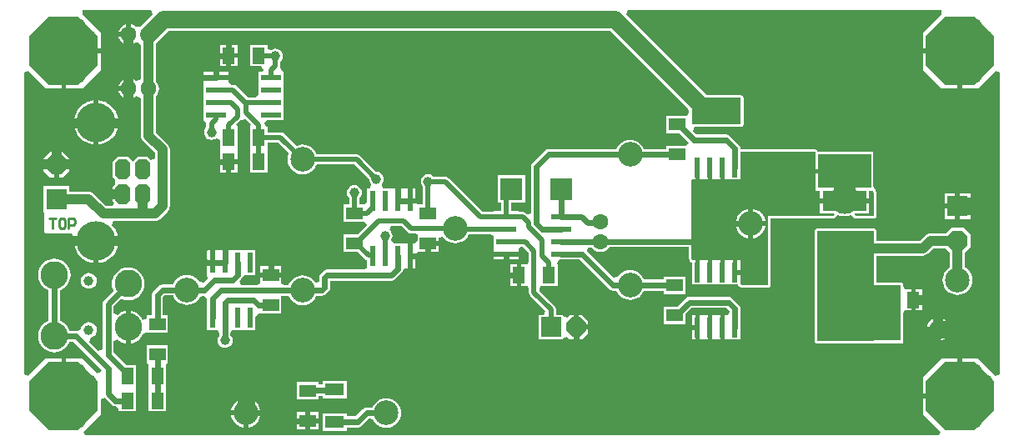
<source format=gtl>
G04*
G04 #@! TF.GenerationSoftware,Altium Limited,Altium Designer,19.0.15 (446)*
G04*
G04 Layer_Physical_Order=1*
G04 Layer_Color=255*
%FSLAX44Y44*%
%MOMM*%
G71*
G01*
G75*
%ADD12C,0.6000*%
%ADD15C,0.2540*%
%ADD18R,2.5400X3.0000*%
%ADD19R,2.2000X2.0000*%
%ADD20R,5.4000X3.5000*%
%ADD21R,4.5000X2.0000*%
%ADD22R,1.6510X1.2700*%
%ADD23R,1.9000X1.2700*%
%ADD24R,1.2700X1.6510*%
%ADD25R,0.6000X2.0000*%
%ADD26R,2.0000X0.6000*%
%ADD27R,2.3000X2.3000*%
%ADD53C,0.5000*%
%ADD54C,1.0000*%
%ADD55C,1.8000*%
%ADD56R,3.0000X5.6490*%
%ADD57R,5.7500X11.1650*%
%ADD58R,5.0000X2.7020*%
%ADD59C,3.0000*%
%ADD60C,1.8000*%
%ADD61R,2.1000X2.1000*%
%ADD62P,2.2730X8X292.5*%
%ADD63C,2.5000*%
%ADD64C,1.6000*%
%ADD65P,2.1648X8X22.5*%
%ADD66R,2.0000X2.0000*%
%ADD67C,2.8000*%
%ADD68C,1.0000*%
%ADD69C,4.0000*%
G04:AMPARAMS|DCode=70|XSize=1.6mm|YSize=2mm|CornerRadius=0mm|HoleSize=0mm|Usage=FLASHONLY|Rotation=0.000|XOffset=0mm|YOffset=0mm|HoleType=Round|Shape=Octagon|*
%AMOCTAGOND70*
4,1,8,-0.4000,1.0000,0.4000,1.0000,0.8000,0.6000,0.8000,-0.6000,0.4000,-1.0000,-0.4000,-1.0000,-0.8000,-0.6000,-0.8000,0.6000,-0.4000,1.0000,0.0*
%
%ADD70OCTAGOND70*%

G04:AMPARAMS|DCode=71|XSize=1.5mm|YSize=2mm|CornerRadius=0mm|HoleSize=0mm|Usage=FLASHONLY|Rotation=0.000|XOffset=0mm|YOffset=0mm|HoleType=Round|Shape=Octagon|*
%AMOCTAGOND71*
4,1,8,-0.3750,1.0000,0.3750,1.0000,0.7500,0.6250,0.7500,-0.6250,0.3750,-1.0000,-0.3750,-1.0000,-0.7500,-0.6250,-0.7500,0.6250,-0.3750,1.0000,0.0*
%
%ADD71OCTAGOND71*%

%ADD72C,1.5748*%
%ADD73P,7.5768X8X292.5*%
G36*
X936081Y432391D02*
X917460Y413770D01*
Y397500D01*
X927288D01*
X929600Y397196D01*
X931912Y397500D01*
X955000D01*
Y395000D01*
X957500D01*
Y357460D01*
X973770D01*
X991000Y374690D01*
X995000Y373033D01*
X995000Y66967D01*
X991000Y65310D01*
X973770Y82540D01*
X957500D01*
Y45000D01*
X955000D01*
Y42500D01*
X931912D01*
X929600Y42804D01*
X927288Y42500D01*
X917460D01*
Y26230D01*
X934890Y8800D01*
X933233Y4800D01*
X66767Y4800D01*
X65110Y8800D01*
X82540Y26230D01*
Y41493D01*
X84385Y42565D01*
X86540Y42972D01*
X93506Y36006D01*
X93506Y36006D01*
X95338Y34781D01*
X97500Y34351D01*
X100870Y32350D01*
Y29205D01*
X118650D01*
Y50795D01*
X118650D01*
Y54205D01*
X118650D01*
Y75795D01*
X108858D01*
X95648Y89005D01*
Y100411D01*
X96351Y101017D01*
X99649Y102177D01*
X101166Y100931D01*
X104040Y99395D01*
X107158Y98449D01*
X107900Y98376D01*
Y114750D01*
Y131124D01*
X107158Y131051D01*
X104040Y130105D01*
X101166Y128569D01*
X99649Y127323D01*
X96351Y128483D01*
X95648Y129089D01*
Y136010D01*
X103384Y143746D01*
X104040Y143395D01*
X107158Y142449D01*
X110400Y142130D01*
X113642Y142449D01*
X116760Y143395D01*
X119634Y144931D01*
X122152Y146998D01*
X124219Y149516D01*
X125755Y152390D01*
X126701Y155508D01*
X127020Y158750D01*
X126701Y161992D01*
X125755Y165110D01*
X124219Y167984D01*
X122152Y170502D01*
X119634Y172569D01*
X116760Y174105D01*
X113642Y175051D01*
X110400Y175370D01*
X107158Y175051D01*
X104040Y174105D01*
X101166Y172569D01*
X98648Y170502D01*
X96581Y167984D01*
X95045Y165110D01*
X94099Y161992D01*
X93780Y158750D01*
X94099Y155508D01*
X95045Y152390D01*
X95396Y151734D01*
X86006Y142344D01*
X84781Y140512D01*
X84351Y138350D01*
X84352Y138350D01*
Y91794D01*
X80351Y90137D01*
X70774Y99715D01*
X72260Y103885D01*
X72499Y103917D01*
X74455Y104727D01*
X76134Y106016D01*
X77423Y107695D01*
X78233Y109651D01*
X78509Y111750D01*
X78233Y113849D01*
X77423Y115805D01*
X76134Y117484D01*
X74455Y118773D01*
X72499Y119583D01*
X70400Y119859D01*
X68301Y119583D01*
X66345Y118773D01*
X64666Y117484D01*
X63377Y115805D01*
X62567Y113849D01*
X62499Y113333D01*
X60279Y111709D01*
X59121Y111111D01*
X58360Y110958D01*
X56900Y111249D01*
X56900Y111249D01*
X51016D01*
X50755Y112110D01*
X49219Y114984D01*
X47152Y117502D01*
X44634Y119569D01*
X41760Y121105D01*
X41048Y121321D01*
Y152179D01*
X41760Y152395D01*
X44634Y153931D01*
X47152Y155998D01*
X49219Y158516D01*
X50755Y161390D01*
X51701Y164508D01*
X52020Y167750D01*
X51701Y170992D01*
X50755Y174110D01*
X49219Y176984D01*
X47152Y179502D01*
X44634Y181569D01*
X41760Y183105D01*
X38642Y184051D01*
X35400Y184370D01*
X32158Y184051D01*
X29040Y183105D01*
X26166Y181569D01*
X23648Y179502D01*
X21581Y176984D01*
X20045Y174110D01*
X19099Y170992D01*
X18780Y167750D01*
X19099Y164508D01*
X20045Y161390D01*
X21581Y158516D01*
X23648Y155998D01*
X26166Y153931D01*
X29040Y152395D01*
X29752Y152179D01*
Y121321D01*
X29040Y121105D01*
X26166Y119569D01*
X23648Y117502D01*
X21581Y114984D01*
X20045Y112110D01*
X19099Y108992D01*
X18780Y105750D01*
X19099Y102508D01*
X20045Y99390D01*
X21581Y96516D01*
X23648Y93998D01*
X26166Y91931D01*
X29040Y90395D01*
X32158Y89449D01*
X35400Y89130D01*
X38642Y89449D01*
X41760Y90395D01*
X44634Y91931D01*
X47152Y93998D01*
X49219Y96516D01*
X50755Y99390D01*
X50771Y99443D01*
X54647Y99865D01*
X83201Y71311D01*
X82894Y69073D01*
X78662Y67648D01*
X63770Y82540D01*
X47500D01*
Y45000D01*
X42500D01*
Y68088D01*
X42804Y70400D01*
X42500Y72712D01*
Y82540D01*
X26230D01*
X9000Y65310D01*
X5000Y66967D01*
X5000Y373033D01*
X9000Y374690D01*
X26230Y357460D01*
X42500D01*
Y367288D01*
X42804Y369600D01*
X42500Y371912D01*
Y395000D01*
X45000D01*
Y397500D01*
X82540D01*
Y413770D01*
X63919Y432391D01*
X64131Y436391D01*
X133273D01*
X134930Y432391D01*
X122907Y420368D01*
X122711Y420221D01*
X120749Y419892D01*
X117714Y420134D01*
X116315Y421207D01*
X113751Y422269D01*
X113500Y422302D01*
Y412000D01*
Y401698D01*
X113751Y401731D01*
X116315Y402793D01*
X117714Y403866D01*
X119699Y404025D01*
X123395Y401311D01*
Y367253D01*
X121998Y365878D01*
X118517Y364517D01*
X116315Y366207D01*
X113751Y367269D01*
X113500Y367302D01*
Y357000D01*
Y346698D01*
X113751Y346731D01*
X116315Y347793D01*
X118517Y349483D01*
X121998Y348122D01*
X123395Y346747D01*
Y309240D01*
X123654Y307272D01*
X124414Y305438D01*
X125622Y303862D01*
X137396Y292089D01*
Y286071D01*
X133396Y284414D01*
X130270Y287540D01*
X119730D01*
X115000Y282810D01*
X110270Y287540D01*
X99730D01*
X94460Y282270D01*
Y267730D01*
X96987Y265203D01*
X97022Y259582D01*
X94960Y257520D01*
Y252500D01*
X105000D01*
Y247500D01*
X94960D01*
Y242480D01*
X96139Y241301D01*
X94609Y237605D01*
X88150D01*
X75377Y250378D01*
X73802Y251586D01*
X71968Y252346D01*
X70000Y252605D01*
X50540D01*
Y258040D01*
X24460D01*
Y233769D01*
X24460Y231960D01*
X24460Y231960D01*
X24920Y229960D01*
X24920D01*
Y209803D01*
X53145D01*
X55596Y205803D01*
X55497Y204800D01*
X100303D01*
X100114Y206719D01*
X98825Y210967D01*
X96732Y214883D01*
X93915Y218315D01*
X93818Y218395D01*
X95250Y222395D01*
X137500D01*
X139468Y222654D01*
X141302Y223414D01*
X142878Y224622D01*
X150378Y232123D01*
X151587Y233698D01*
X151902Y234458D01*
X152347Y235532D01*
X152606Y237501D01*
Y295239D01*
X152347Y297208D01*
X151587Y299042D01*
X150378Y300617D01*
X138605Y312390D01*
Y349597D01*
X140207Y351684D01*
X141269Y354249D01*
X141631Y357000D01*
X141269Y359752D01*
X140207Y362315D01*
X138605Y364403D01*
Y403290D01*
X139230Y403770D01*
X151281Y415821D01*
X599624D01*
X679910Y335534D01*
Y332701D01*
X678295Y329370D01*
X675910Y329370D01*
X656705D01*
Y311590D01*
X670307D01*
X679510Y302387D01*
X677350Y298890D01*
X656705D01*
Y295648D01*
X634003D01*
X633962Y295783D01*
X632566Y298396D01*
X630686Y300686D01*
X628396Y302566D01*
X625783Y303962D01*
X622948Y304822D01*
X620000Y305113D01*
X617052Y304822D01*
X614217Y303962D01*
X611604Y302566D01*
X609314Y300686D01*
X607434Y298396D01*
X606038Y295783D01*
X605997Y295648D01*
X537500D01*
X535338Y295219D01*
X533506Y293994D01*
X533506Y293994D01*
X521006Y281494D01*
X519781Y279662D01*
X519351Y277500D01*
X519352Y277500D01*
Y230642D01*
X515656Y229111D01*
X514584Y230184D01*
X512917Y231298D01*
X510950Y231689D01*
X506600D01*
Y232590D01*
X499199D01*
Y240960D01*
X513640D01*
Y269040D01*
X485560D01*
Y240960D01*
X488921D01*
Y232590D01*
X481520D01*
Y232189D01*
X470079D01*
X436134Y266134D01*
X434467Y267248D01*
X432500Y267639D01*
X420561D01*
X420378Y267878D01*
X418802Y269086D01*
X416968Y269846D01*
X415000Y270105D01*
X413032Y269846D01*
X411198Y269086D01*
X409622Y267878D01*
X408414Y266303D01*
X407654Y264468D01*
X407395Y262500D01*
X407654Y260532D01*
X408414Y258697D01*
X409622Y257122D01*
X409861Y256939D01*
Y239130D01*
X404205Y239130D01*
X403318Y240440D01*
X396550D01*
Y242940D01*
X394050D01*
Y255480D01*
X393390D01*
X391010Y255480D01*
X387010Y255480D01*
X386350D01*
Y242940D01*
X381350D01*
Y255480D01*
X378310D01*
X374310Y255480D01*
X369050D01*
X367692Y259480D01*
X367877Y259622D01*
X369085Y261197D01*
X369845Y263031D01*
X370104Y265000D01*
X369845Y266968D01*
X369085Y268802D01*
X367877Y270377D01*
X366302Y271586D01*
X364468Y272345D01*
X362499Y272605D01*
X362201Y272565D01*
X346132Y288634D01*
X344465Y289748D01*
X342499Y290139D01*
X301658D01*
X301462Y290783D01*
X300066Y293396D01*
X298186Y295686D01*
X295896Y297566D01*
X293283Y298962D01*
X290448Y299822D01*
X287500Y300113D01*
X284552Y299822D01*
X281717Y298962D01*
X281122Y298645D01*
X268634Y311134D01*
X266966Y312248D01*
X265000Y312639D01*
X251630D01*
Y318295D01*
X250309D01*
X248799Y321470D01*
X251038Y324898D01*
X267980D01*
Y335978D01*
X267980D01*
Y337598D01*
X267980D01*
Y346298D01*
X267980Y348678D01*
X267980Y352678D01*
X267980Y361378D01*
X267980Y365378D01*
Y374078D01*
X266861D01*
X264748Y378033D01*
X265139Y380000D01*
Y384439D01*
X265378Y384622D01*
X266586Y386198D01*
X267346Y388032D01*
X267605Y390000D01*
X267346Y391968D01*
X266586Y393802D01*
X265378Y395378D01*
X263803Y396586D01*
X261968Y397346D01*
X260000Y397605D01*
X258032Y397346D01*
X256197Y396586D01*
X255630Y396151D01*
X252307Y397343D01*
X251630Y397917D01*
Y401459D01*
X233850D01*
Y379869D01*
X245429D01*
X247860Y376007D01*
X246789Y374078D01*
X242900D01*
Y365378D01*
X242900Y362998D01*
X242900Y358998D01*
X242900Y350298D01*
X239737Y348277D01*
X231490D01*
X220296Y359472D01*
X218629Y360586D01*
X216662Y360977D01*
X215263D01*
X212100Y362998D01*
X212100Y365378D01*
Y366038D01*
X199560D01*
X187020D01*
Y365378D01*
X187020Y362998D01*
X187020Y358998D01*
Y350298D01*
X187020D01*
Y348678D01*
X187020D01*
Y337598D01*
X187020D01*
Y335978D01*
X187020D01*
Y324898D01*
X187020D01*
X189628Y321824D01*
X189622Y317878D01*
X188414Y316303D01*
X187654Y314468D01*
X187395Y312500D01*
X187654Y310532D01*
X188414Y308697D01*
X189622Y307122D01*
X191197Y305914D01*
X193032Y305154D01*
X195000Y304895D01*
X196968Y305154D01*
X198803Y305914D01*
X199370Y306349D01*
X202693Y305157D01*
X203370Y304583D01*
Y297295D01*
X203370Y296705D01*
Y293295D01*
X203370Y292705D01*
Y285000D01*
X221150D01*
Y292705D01*
X221150Y293295D01*
Y296705D01*
X221150Y297295D01*
Y318295D01*
X221150D01*
X220246Y320478D01*
X224984Y325216D01*
X229614Y325619D01*
X234754Y320478D01*
X233850Y318295D01*
X233850D01*
Y296705D01*
X233850D01*
Y293295D01*
X233850D01*
Y271705D01*
X251630D01*
Y293295D01*
X251630D01*
Y296705D01*
X251630D01*
Y302361D01*
X262871D01*
X273855Y291378D01*
X273538Y290783D01*
X272678Y287948D01*
X272387Y285000D01*
X272678Y282052D01*
X273538Y279217D01*
X274934Y276604D01*
X276814Y274314D01*
X279104Y272434D01*
X281717Y271038D01*
X284552Y270178D01*
X287500Y269887D01*
X290448Y270178D01*
X293283Y271038D01*
X295896Y272434D01*
X298186Y274314D01*
X300066Y276604D01*
X301462Y279217D01*
X301658Y279861D01*
X340370D01*
X354934Y265298D01*
X354894Y265000D01*
X355153Y263031D01*
X355913Y261197D01*
X357122Y259622D01*
X357307Y259480D01*
X355949Y255480D01*
X352910D01*
Y242254D01*
X350795Y239130D01*
X345139D01*
Y245789D01*
X345378Y245972D01*
X346586Y247547D01*
X347346Y249382D01*
X347605Y251350D01*
X347346Y253318D01*
X346586Y255152D01*
X345378Y256728D01*
X343802Y257936D01*
X341968Y258696D01*
X340000Y258955D01*
X338032Y258696D01*
X336198Y257936D01*
X334622Y256728D01*
X333414Y255152D01*
X332654Y253318D01*
X332395Y251350D01*
X332654Y249382D01*
X333414Y247547D01*
X334622Y245972D01*
X334861Y245789D01*
Y239130D01*
X329205D01*
Y221350D01*
X350571D01*
X353241Y218363D01*
X343528Y208650D01*
X329205D01*
Y190870D01*
X343528D01*
X350531Y183866D01*
X352198Y182752D01*
X352910Y182611D01*
X352910Y174520D01*
X349478Y173148D01*
X312500D01*
X312500Y173148D01*
X310338Y172719D01*
X308506Y171494D01*
X306006Y168994D01*
X304781Y167162D01*
X304351Y165000D01*
X304352Y165000D01*
Y160964D01*
X300352Y159962D01*
X300066Y160496D01*
X298186Y162786D01*
X295896Y164666D01*
X293283Y166062D01*
X290448Y166922D01*
X287500Y167213D01*
X284552Y166922D01*
X281717Y166062D01*
X279104Y164666D01*
X276814Y162786D01*
X274934Y160496D01*
X273538Y157883D01*
X273497Y157749D01*
X269339D01*
X265795Y158850D01*
X265795Y161749D01*
Y165240D01*
X255000D01*
X244205D01*
Y161749D01*
X244205Y158850D01*
X240661Y157749D01*
X225144D01*
X223487Y161749D01*
X225344Y163606D01*
X225344Y163606D01*
X226184Y164863D01*
X226740Y165590D01*
X229226Y167775D01*
X230826Y167900D01*
X239590D01*
Y192980D01*
X230890D01*
X228510Y192980D01*
X224510Y192980D01*
X218190D01*
X215810Y192980D01*
Y192980D01*
X214190D01*
Y192980D01*
X211150D01*
Y180440D01*
X206150D01*
Y192980D01*
X203110D01*
Y192980D01*
X201490D01*
Y192980D01*
X198450D01*
Y180440D01*
X195950D01*
Y177940D01*
X190410D01*
Y167900D01*
X190410D01*
X191072Y163900D01*
X187438Y160266D01*
X182565Y160897D01*
X180686Y163187D01*
X178395Y165067D01*
X175783Y166463D01*
X172948Y167323D01*
X169999Y167614D01*
X167051Y167323D01*
X164216Y166463D01*
X161603Y165067D01*
X159313Y163187D01*
X157433Y160897D01*
X156037Y158284D01*
X155996Y158149D01*
X145001D01*
X145001Y158149D01*
X142839Y157719D01*
X141007Y156495D01*
X141007Y156495D01*
X136006Y151494D01*
X134782Y149662D01*
X134352Y147500D01*
X134352Y147500D01*
Y126630D01*
X129205D01*
Y123141D01*
X125205Y122139D01*
X124219Y123984D01*
X122152Y126502D01*
X119634Y128569D01*
X116760Y130105D01*
X113642Y131051D01*
X112900Y131124D01*
Y114750D01*
Y98376D01*
X113642Y98449D01*
X116760Y99395D01*
X119634Y100931D01*
X122152Y102998D01*
X124219Y105516D01*
X125553Y108011D01*
X128853Y108769D01*
X129514Y108850D01*
X130075Y108850D01*
X150795D01*
Y126630D01*
X145649D01*
Y145160D01*
X147340Y146852D01*
X155996D01*
X156037Y146717D01*
X157433Y144105D01*
X159313Y141814D01*
X161603Y139935D01*
X164216Y138538D01*
X167051Y137678D01*
X169999Y137388D01*
X172948Y137678D01*
X175783Y138538D01*
X178395Y139935D01*
X180686Y141814D01*
X182565Y144105D01*
X183492Y145838D01*
X187251Y146342D01*
X187772Y146282D01*
X188790Y145398D01*
X190301Y143450D01*
X190301Y143450D01*
Y124560D01*
X190410Y124014D01*
Y112020D01*
X201490D01*
X203001Y108646D01*
Y106087D01*
X202189Y105028D01*
X201429Y103193D01*
X201170Y101225D01*
X201429Y99257D01*
X202189Y97423D01*
X203397Y95848D01*
X204972Y94639D01*
X206807Y93879D01*
X208775Y93620D01*
X210743Y93879D01*
X212578Y94639D01*
X214153Y95848D01*
X215361Y97423D01*
X216121Y99257D01*
X216380Y101225D01*
X216121Y103193D01*
X215361Y105028D01*
X214298Y106412D01*
Y108646D01*
X215810Y112020D01*
X226890D01*
Y112020D01*
X228510D01*
Y112020D01*
X239590D01*
Y125109D01*
X243494Y128488D01*
X244205Y128370D01*
X244205Y128370D01*
X244205Y128370D01*
X265795D01*
Y146150D01*
X269670Y146452D01*
X273497D01*
X273538Y146317D01*
X274934Y143704D01*
X276814Y141414D01*
X279104Y139534D01*
X281717Y138138D01*
X284552Y137278D01*
X287500Y136987D01*
X290448Y137278D01*
X293283Y138138D01*
X295896Y139534D01*
X298186Y141414D01*
X300066Y143704D01*
X301462Y146317D01*
X301503Y146452D01*
X306899D01*
X306899Y146452D01*
X309061Y146882D01*
X310893Y148106D01*
X313994Y151207D01*
X313994Y151207D01*
X315219Y153039D01*
X315648Y155201D01*
Y161852D01*
X377500D01*
X377500Y161851D01*
X379662Y162281D01*
X381494Y163506D01*
X387844Y169856D01*
X387844Y169856D01*
X388878Y171403D01*
X389087Y171709D01*
X391295Y174159D01*
X393400Y174520D01*
X394050D01*
Y187060D01*
Y199600D01*
X393390D01*
X391010Y199600D01*
X387010Y199600D01*
X379550D01*
X377397Y203144D01*
X377427Y203295D01*
X377736Y203697D01*
X378496Y205532D01*
X378755Y207500D01*
X378496Y209468D01*
X377736Y211303D01*
X376528Y212878D01*
X375897Y213361D01*
X377008Y217361D01*
X387872D01*
X393866Y211366D01*
X395533Y210252D01*
X397500Y209861D01*
X400707D01*
X404205Y208650D01*
X404205Y202724D01*
X402090Y199600D01*
X400205Y199600D01*
X399050D01*
Y189560D01*
X403318D01*
X404205Y190870D01*
X406090Y190870D01*
X412500D01*
Y199760D01*
X415000D01*
Y202260D01*
X425795D01*
Y205862D01*
X429795Y206864D01*
X429934Y206604D01*
X431814Y204314D01*
X434104Y202434D01*
X436717Y201038D01*
X439552Y200178D01*
X442500Y199887D01*
X445448Y200178D01*
X448283Y201038D01*
X450896Y202434D01*
X453186Y204314D01*
X455066Y206604D01*
X456460Y209211D01*
X478357D01*
X481520Y207190D01*
X481520Y204810D01*
X481520Y196110D01*
X481520Y192110D01*
Y191450D01*
X494060D01*
X506600D01*
Y192110D01*
X506600Y194490D01*
X509763Y196511D01*
X511222D01*
X517361Y190371D01*
Y181793D01*
X516150Y178295D01*
X513361Y178295D01*
X509760D01*
Y167500D01*
Y156705D01*
X513361D01*
X516150Y156705D01*
X517361Y153207D01*
Y149760D01*
X517752Y147794D01*
X518866Y146126D01*
X533703Y131290D01*
X532630Y127290D01*
X527060D01*
Y102210D01*
X552140D01*
Y103143D01*
X556140Y104800D01*
X558730Y102210D01*
X562500D01*
Y114750D01*
Y127290D01*
X558730D01*
X556140Y124700D01*
X552140Y126357D01*
Y127290D01*
X544739D01*
Y132660D01*
X544348Y134627D01*
X543234Y136294D01*
X527639Y151889D01*
Y153207D01*
X528850Y156705D01*
X546630D01*
Y178295D01*
X546491D01*
X545997Y179410D01*
X548599Y183410D01*
X549394D01*
X549940Y183302D01*
X568710D01*
X598666Y153346D01*
X598666Y153346D01*
X600498Y152121D01*
X602660Y151691D01*
X602660Y151692D01*
X606050D01*
X607433Y149103D01*
X609313Y146813D01*
X611603Y144933D01*
X614216Y143537D01*
X617051Y142677D01*
X619999Y142386D01*
X622948Y142677D01*
X625783Y143537D01*
X628395Y144933D01*
X630686Y146813D01*
X632565Y149103D01*
X633949Y151692D01*
X654205D01*
Y148450D01*
X675795D01*
Y166230D01*
X654205D01*
Y162988D01*
X634051D01*
X633962Y163283D01*
X632565Y165895D01*
X630686Y168186D01*
X628395Y170065D01*
X625783Y171462D01*
X622948Y172322D01*
X619999Y172612D01*
X617051Y172322D01*
X614216Y171462D01*
X611603Y170065D01*
X609313Y168186D01*
X607576Y166069D01*
X607370Y165889D01*
X602617Y165371D01*
X575987Y192001D01*
X577227Y195723D01*
X577280Y195790D01*
X581221Y195777D01*
X582483Y194133D01*
X584684Y192443D01*
X587248Y191381D01*
X590000Y191019D01*
X592752Y191381D01*
X595315Y192443D01*
X597517Y194133D01*
X598951Y196001D01*
X679910D01*
Y185080D01*
X679959Y184834D01*
X679958Y184584D01*
X680368Y182484D01*
X680467Y182243D01*
X680517Y181989D01*
X680657Y181781D01*
X680752Y181549D01*
X680935Y181365D01*
X681079Y181149D01*
X681287Y181010D01*
X681464Y180832D01*
X681703Y180732D01*
X681919Y180587D01*
X682165Y180539D01*
X682396Y180442D01*
X682655Y180441D01*
X682910Y180390D01*
Y157900D01*
X693990D01*
Y157900D01*
X695610D01*
Y157900D01*
X706690D01*
Y157900D01*
X708310D01*
Y157900D01*
X719390D01*
Y157900D01*
X721010D01*
Y157900D01*
X729500D01*
X729552Y157639D01*
X729554Y157373D01*
X729650Y157148D01*
X729697Y156909D01*
X729845Y156688D01*
X729949Y156443D01*
X730123Y156272D01*
X730259Y156069D01*
X730480Y155921D01*
X730670Y155735D01*
X730896Y155643D01*
X731099Y155507D01*
X731360Y155456D01*
X731606Y155356D01*
X733711Y154956D01*
X733955Y154958D01*
X734194Y154910D01*
X760000D01*
X760991Y155107D01*
X761831Y155669D01*
X762393Y156509D01*
X762590Y157500D01*
Y224910D01*
X826368D01*
X826848Y225006D01*
X827329Y225095D01*
X827343Y225104D01*
X827359Y225107D01*
X827766Y225379D01*
X828176Y225646D01*
X828186Y225660D01*
X828199Y225669D01*
X828471Y226076D01*
X828748Y226479D01*
X830602Y228546D01*
X833591Y227856D01*
X834062Y227714D01*
X837500Y227375D01*
X840938Y227714D01*
X841409Y227856D01*
X844398Y228546D01*
X846252Y226479D01*
X846529Y226076D01*
X846801Y225669D01*
X846814Y225660D01*
X846824Y225646D01*
X847234Y225379D01*
X847641Y225107D01*
X847657Y225104D01*
X847671Y225095D01*
X848152Y225006D01*
X848632Y224910D01*
X867500D01*
X868491Y225107D01*
X869331Y225669D01*
X869893Y226509D01*
X870090Y227500D01*
Y250881D01*
X870035Y251158D01*
X870029Y251440D01*
X869569Y253519D01*
X869477Y253728D01*
X869433Y253951D01*
X869276Y254186D01*
X869162Y254444D01*
X868998Y254602D01*
X868871Y254791D01*
X868636Y254948D01*
X868432Y255144D01*
X868220Y255226D01*
X868031Y255353D01*
X867754Y255408D01*
X867491Y255510D01*
X867040Y259444D01*
Y293040D01*
X810442D01*
X810353Y293491D01*
X809791Y294331D01*
X808951Y294893D01*
X807960Y295090D01*
X732198D01*
Y295950D01*
X731769Y298112D01*
X730544Y299944D01*
X730544Y299944D01*
X721494Y308994D01*
X719662Y310219D01*
X717500Y310649D01*
X717500Y310648D01*
X687225D01*
X683983Y313890D01*
X685640Y317890D01*
X732500D01*
X733491Y318087D01*
X734331Y318649D01*
X734893Y319489D01*
X735090Y320480D01*
Y347500D01*
X734893Y348491D01*
X734331Y349331D01*
X733491Y349893D01*
X732500Y350090D01*
X698276D01*
X615975Y432391D01*
X617632Y436391D01*
X935869D01*
X936081Y432391D01*
D02*
G37*
G36*
X807960Y275500D02*
X837500D01*
Y270500D01*
X807960D01*
Y252960D01*
X812460D01*
Y245500D01*
X837500D01*
X862540D01*
Y252960D01*
X867040D01*
X867500Y250881D01*
Y227500D01*
X848632D01*
X847658Y229770D01*
X848315Y230460D01*
X862540D01*
Y240500D01*
X837500D01*
X812460D01*
Y230460D01*
X826685D01*
X827342Y229770D01*
X826368Y227500D01*
X760000D01*
Y157500D01*
X734194D01*
X732090Y157900D01*
X732090Y159770D01*
Y167940D01*
X726550D01*
Y170440D01*
X724050D01*
Y182980D01*
X721660D01*
X721010Y182980D01*
X719390D01*
X718740Y182980D01*
X716350D01*
Y170440D01*
X711350D01*
Y182980D01*
X708960D01*
X708310Y182980D01*
X706690D01*
X706040Y182980D01*
X703650D01*
Y170440D01*
X698650D01*
Y182980D01*
X696260D01*
X695610Y182980D01*
X693990D01*
X693340Y182980D01*
X690950D01*
Y170440D01*
X685950D01*
Y182980D01*
X682910D01*
X682500Y185080D01*
Y262420D01*
X682910Y264520D01*
X684770Y264520D01*
X685950D01*
Y277060D01*
X690950D01*
Y264520D01*
X693340D01*
X693990Y264520D01*
X695610D01*
X696260Y264520D01*
X698650D01*
Y277060D01*
X703650D01*
Y264520D01*
X706040D01*
X706690Y264520D01*
X708310D01*
X708960Y264520D01*
X711350D01*
Y277060D01*
X716350D01*
Y264520D01*
X718740D01*
X719390Y264520D01*
X721010D01*
X721660Y264520D01*
X732090D01*
Y276514D01*
X732198Y277060D01*
Y292500D01*
X807960D01*
Y275500D01*
D02*
G37*
%LPC*%
G36*
X108500Y422302D02*
X108249Y422269D01*
X105684Y421207D01*
X103483Y419517D01*
X101793Y417315D01*
X100731Y414752D01*
X100698Y414500D01*
X108500D01*
Y422302D01*
D02*
G37*
G36*
Y409500D02*
X100698D01*
X100731Y409249D01*
X101793Y406684D01*
X103483Y404483D01*
X105684Y402793D01*
X108249Y401731D01*
X108500Y401698D01*
Y409500D01*
D02*
G37*
G36*
X221150Y401459D02*
X214760D01*
Y393164D01*
X221150D01*
Y401459D01*
D02*
G37*
G36*
X209760D02*
X203370D01*
Y393164D01*
X209760D01*
Y401459D01*
D02*
G37*
G36*
X221150Y388164D02*
X214760D01*
Y379869D01*
X221150D01*
Y388164D01*
D02*
G37*
G36*
X209760D02*
X203370D01*
Y379869D01*
X209760D01*
Y388164D01*
D02*
G37*
G36*
X212100Y374078D02*
X202060D01*
Y371038D01*
X212100D01*
Y374078D01*
D02*
G37*
G36*
X197060D02*
X187020D01*
Y371038D01*
X197060D01*
Y374078D01*
D02*
G37*
G36*
X108500Y367302D02*
X108249Y367269D01*
X105684Y366207D01*
X103483Y364517D01*
X101793Y362315D01*
X100731Y359752D01*
X100698Y359500D01*
X108500D01*
Y367302D01*
D02*
G37*
G36*
X929600Y392804D02*
X927288Y392500D01*
X917460D01*
Y376230D01*
X936230Y357460D01*
X952500D01*
Y367288D01*
X952804Y369600D01*
X952500Y371912D01*
Y392500D01*
X931912D01*
X929600Y392804D01*
D02*
G37*
G36*
X70400Y392804D02*
X68088Y392500D01*
X47500D01*
Y357460D01*
X63770D01*
X82540Y376230D01*
Y392500D01*
X72712D01*
X70400Y392804D01*
D02*
G37*
G36*
X108500Y354500D02*
X100698D01*
X100731Y354249D01*
X101793Y351684D01*
X103483Y349483D01*
X105684Y347793D01*
X108249Y346731D01*
X108500Y346698D01*
Y354500D01*
D02*
G37*
G36*
X80400Y345103D02*
Y325200D01*
X100303D01*
X100114Y327119D01*
X98825Y331367D01*
X96732Y335283D01*
X93915Y338715D01*
X90483Y341532D01*
X86567Y343625D01*
X82319Y344914D01*
X80400Y345103D01*
D02*
G37*
G36*
X75400D02*
X73481Y344914D01*
X69233Y343625D01*
X65317Y341532D01*
X61885Y338715D01*
X59068Y335283D01*
X56975Y331367D01*
X55686Y327119D01*
X55497Y325200D01*
X75400D01*
Y345103D01*
D02*
G37*
G36*
X100303Y320200D02*
X80400D01*
Y300297D01*
X82319Y300486D01*
X86567Y301775D01*
X90483Y303868D01*
X93915Y306685D01*
X96732Y310117D01*
X98825Y314033D01*
X100114Y318281D01*
X100303Y320200D01*
D02*
G37*
G36*
X75400D02*
X55497D01*
X55686Y318281D01*
X56975Y314033D01*
X59068Y310117D01*
X61885Y306685D01*
X65317Y303868D01*
X69233Y301775D01*
X73481Y300486D01*
X75400Y300297D01*
Y320200D01*
D02*
G37*
G36*
X44020Y293040D02*
X40000D01*
Y282500D01*
X50540D01*
Y286520D01*
X44020Y293040D01*
D02*
G37*
G36*
X35000D02*
X30980D01*
X24460Y286520D01*
Y282500D01*
X35000D01*
Y293040D01*
D02*
G37*
G36*
X221150Y280000D02*
X214760D01*
Y271705D01*
X221150D01*
Y280000D01*
D02*
G37*
G36*
X209760D02*
X203370D01*
Y271705D01*
X209760D01*
Y280000D01*
D02*
G37*
G36*
X50540Y277500D02*
X40000D01*
Y266960D01*
X44020D01*
X50540Y273480D01*
Y277500D01*
D02*
G37*
G36*
X35000D02*
X24460D01*
Y273480D01*
X30980Y266960D01*
X35000D01*
Y277500D01*
D02*
G37*
G36*
X399050Y255480D02*
Y245440D01*
X402090D01*
Y255480D01*
X399050D01*
D02*
G37*
G36*
X965540Y250540D02*
X955000D01*
Y240000D01*
X965540D01*
Y250540D01*
D02*
G37*
G36*
X950000D02*
X939460D01*
Y240000D01*
X950000D01*
Y250540D01*
D02*
G37*
G36*
X965540Y235000D02*
X955000D01*
Y224460D01*
X965540D01*
Y235000D01*
D02*
G37*
G36*
X950000D02*
X939460D01*
Y224460D01*
X950000D01*
Y235000D01*
D02*
G37*
G36*
X959020Y215540D02*
X945980D01*
X940545Y210105D01*
X925000D01*
X923032Y209846D01*
X921957Y209401D01*
X921198Y209086D01*
X919622Y207878D01*
X914350Y202605D01*
X870090D01*
Y212500D01*
X869893Y213491D01*
X869331Y214331D01*
X868491Y214893D01*
X867500Y215090D01*
X810000D01*
X809009Y214893D01*
X808169Y214331D01*
X807607Y213491D01*
X807410Y212500D01*
Y100850D01*
X807607Y99859D01*
X808169Y99019D01*
X809009Y98457D01*
X810000Y98260D01*
X895000D01*
X895991Y98457D01*
X896831Y99019D01*
X897393Y99859D01*
X897590Y100850D01*
Y128227D01*
X898850Y131705D01*
X901590Y131705D01*
X905240D01*
Y142500D01*
Y153295D01*
X901590D01*
X898850Y153295D01*
X897590Y156773D01*
Y157340D01*
X897393Y158331D01*
X896831Y159171D01*
X895991Y159733D01*
X895000Y159930D01*
X870090D01*
Y187395D01*
X917500D01*
X919468Y187654D01*
X921302Y188414D01*
X922878Y189622D01*
X928150Y194895D01*
X940545D01*
X944894Y190545D01*
Y175490D01*
X944103Y175067D01*
X941813Y173187D01*
X939933Y170897D01*
X938537Y168284D01*
X937677Y165449D01*
X937386Y162501D01*
X937677Y159552D01*
X938537Y156717D01*
X939933Y154105D01*
X941813Y151814D01*
X944103Y149935D01*
X946716Y148538D01*
X949551Y147678D01*
X952499Y147388D01*
X955447Y147678D01*
X958283Y148538D01*
X960895Y149935D01*
X963186Y151814D01*
X965065Y154105D01*
X966462Y156717D01*
X967322Y159552D01*
X967612Y162501D01*
X967322Y165449D01*
X966462Y168284D01*
X965065Y170897D01*
X963186Y173187D01*
X960895Y175067D01*
X960105Y175489D01*
Y190545D01*
X965540Y195980D01*
Y209020D01*
X959020Y215540D01*
D02*
G37*
G36*
X425795Y197260D02*
X417500D01*
Y190870D01*
X425795D01*
Y197260D01*
D02*
G37*
G36*
X506600Y186450D02*
X496560D01*
Y183410D01*
X506600D01*
Y186450D01*
D02*
G37*
G36*
X491560D02*
X481520D01*
Y183410D01*
X491560D01*
Y186450D01*
D02*
G37*
G36*
X193450Y192980D02*
X190410D01*
Y182940D01*
X193450D01*
Y192980D01*
D02*
G37*
G36*
X100303Y199800D02*
X80400D01*
Y179897D01*
X82319Y180086D01*
X86567Y181375D01*
X90483Y183468D01*
X93915Y186285D01*
X96732Y189717D01*
X98825Y193633D01*
X100114Y197881D01*
X100303Y199800D01*
D02*
G37*
G36*
X75400D02*
X55497D01*
X55686Y197881D01*
X56975Y193633D01*
X59068Y189717D01*
X61885Y186285D01*
X65317Y183468D01*
X69233Y181375D01*
X73481Y180086D01*
X75400Y179897D01*
Y199800D01*
D02*
G37*
G36*
X402090Y184560D02*
X399050D01*
Y174520D01*
X402090D01*
Y184560D01*
D02*
G37*
G36*
X265795Y176630D02*
X257500D01*
Y170240D01*
X265795D01*
Y176630D01*
D02*
G37*
G36*
X252500D02*
X244205D01*
Y170240D01*
X252500D01*
Y176630D01*
D02*
G37*
G36*
X504760Y178295D02*
X498370D01*
Y170000D01*
X504760D01*
Y178295D01*
D02*
G37*
G36*
Y165000D02*
X498370D01*
Y156705D01*
X504760D01*
Y165000D01*
D02*
G37*
G36*
X70400Y169859D02*
X68301Y169583D01*
X66345Y168773D01*
X64666Y167484D01*
X63377Y165805D01*
X62567Y163849D01*
X62291Y161750D01*
X62567Y159651D01*
X63377Y157695D01*
X64666Y156016D01*
X66345Y154727D01*
X68301Y153917D01*
X70400Y153641D01*
X72499Y153917D01*
X74455Y154727D01*
X76134Y156016D01*
X77423Y157695D01*
X78233Y159651D01*
X78509Y161750D01*
X78233Y163849D01*
X77423Y165805D01*
X76134Y167484D01*
X74455Y168773D01*
X72499Y169583D01*
X70400Y169859D01*
D02*
G37*
G36*
X720000Y145649D02*
X720000Y145648D01*
X680045D01*
X680045Y145649D01*
X677883Y145219D01*
X676051Y143994D01*
X676051Y143994D01*
X667807Y135750D01*
X654205D01*
Y117970D01*
X675795D01*
Y127762D01*
X682385Y134352D01*
X717660D01*
X720901Y131110D01*
Y130474D01*
X719390Y127100D01*
X716901Y127100D01*
X716350D01*
Y114560D01*
Y102020D01*
X719390D01*
X723390Y102020D01*
X732090D01*
Y114014D01*
X732198Y114560D01*
Y133450D01*
X732199Y133450D01*
X731769Y135612D01*
X730544Y137444D01*
X730544Y137444D01*
X723994Y143994D01*
X722162Y145219D01*
X720000Y145649D01*
D02*
G37*
G36*
X910240Y153295D02*
Y145000D01*
X916630D01*
Y153295D01*
X910240D01*
D02*
G37*
G36*
X916630Y140000D02*
X910240D01*
Y131705D01*
X916630D01*
Y140000D01*
D02*
G37*
G36*
X708310Y127100D02*
X704310Y127100D01*
X703650D01*
Y114560D01*
Y102020D01*
X706690D01*
X710690Y102020D01*
X711350D01*
Y114560D01*
Y127100D01*
X708310D01*
D02*
G37*
G36*
X571270Y127290D02*
X567500D01*
Y117250D01*
X577540D01*
Y121020D01*
X571270Y127290D01*
D02*
G37*
G36*
X685950Y127100D02*
X682910D01*
Y117060D01*
X685950D01*
Y127100D01*
D02*
G37*
G36*
X935400Y123810D02*
Y115000D01*
X944210D01*
X944143Y115513D01*
X942980Y118320D01*
X941130Y120730D01*
X938720Y122580D01*
X935912Y123743D01*
X935400Y123810D01*
D02*
G37*
G36*
X930400Y123810D02*
X929887Y123743D01*
X927080Y122580D01*
X924670Y120730D01*
X922820Y118320D01*
X921657Y115513D01*
X921590Y115000D01*
X930400D01*
Y123810D01*
D02*
G37*
G36*
X577540Y112250D02*
X567500D01*
Y102210D01*
X571270D01*
X577540Y108480D01*
Y112250D01*
D02*
G37*
G36*
X695610Y127100D02*
X691610Y127100D01*
X690950D01*
Y114560D01*
Y102020D01*
X691610D01*
X693990Y102020D01*
X697990Y102020D01*
X698650D01*
Y114560D01*
Y127100D01*
X695610D01*
D02*
G37*
G36*
X685950Y112060D02*
X682910D01*
Y102020D01*
X685950D01*
Y112060D01*
D02*
G37*
G36*
X930400Y110000D02*
X921590D01*
X921657Y109487D01*
X922820Y106680D01*
X924670Y104270D01*
X927080Y102420D01*
X929887Y101257D01*
X930400Y101190D01*
Y110000D01*
D02*
G37*
G36*
X944210D02*
X935400D01*
Y101190D01*
X935912Y101257D01*
X938720Y102420D01*
X941130Y104270D01*
X942980Y106680D01*
X944143Y109487D01*
X944210Y110000D01*
D02*
G37*
G36*
X332040Y60390D02*
X307960D01*
Y56519D01*
X303295D01*
Y59130D01*
X281705D01*
Y41350D01*
X303295D01*
Y45222D01*
X307960D01*
Y42610D01*
X332040D01*
Y60390D01*
D02*
G37*
G36*
X952500Y82540D02*
X936230D01*
X917460Y63770D01*
Y47500D01*
X927288D01*
X929600Y47196D01*
X931912Y47500D01*
X952500D01*
Y68088D01*
X952804Y70400D01*
X952500Y72712D01*
Y82540D01*
D02*
G37*
G36*
X372499Y42614D02*
X369551Y42323D01*
X366716Y41463D01*
X364103Y40067D01*
X361813Y38187D01*
X359933Y35897D01*
X358537Y33284D01*
X358496Y33149D01*
X352501D01*
X352501Y33149D01*
X350339Y32719D01*
X348507Y31495D01*
X348507Y31495D01*
X341160Y24148D01*
X332040D01*
Y27390D01*
X307960D01*
Y9610D01*
X332040D01*
Y12852D01*
X343500D01*
X343500Y12852D01*
X345662Y13282D01*
X347494Y14506D01*
X354776Y21788D01*
X355301Y21778D01*
X358676Y21456D01*
X359933Y19105D01*
X361813Y16815D01*
X364103Y14935D01*
X366716Y13538D01*
X369551Y12678D01*
X372499Y12388D01*
X375448Y12678D01*
X378283Y13538D01*
X380895Y14935D01*
X383186Y16815D01*
X385065Y19105D01*
X386462Y21717D01*
X387322Y24553D01*
X387612Y27501D01*
X387322Y30449D01*
X386462Y33284D01*
X385065Y35897D01*
X383186Y38187D01*
X380895Y40067D01*
X378283Y41463D01*
X375448Y42323D01*
X372499Y42614D01*
D02*
G37*
G36*
X232499Y42367D02*
Y30001D01*
X244866D01*
X244822Y30449D01*
X243962Y33284D01*
X242565Y35897D01*
X240686Y38187D01*
X238395Y40067D01*
X235783Y41463D01*
X232948Y42323D01*
X232499Y42367D01*
D02*
G37*
G36*
X227499D02*
X227051Y42323D01*
X224216Y41463D01*
X221603Y40067D01*
X219313Y38187D01*
X217433Y35897D01*
X216037Y33284D01*
X215177Y30449D01*
X215133Y30001D01*
X227499D01*
Y42367D01*
D02*
G37*
G36*
X150795Y96150D02*
X129205D01*
Y78370D01*
X129205D01*
X131350Y75795D01*
Y54205D01*
X131350D01*
Y50795D01*
X131350D01*
Y29205D01*
X149130D01*
Y50795D01*
X149130D01*
Y54205D01*
X149130D01*
Y75795D01*
X150795Y78370D01*
X150795D01*
Y96150D01*
D02*
G37*
G36*
X303295Y28650D02*
X295000D01*
Y22260D01*
X303295D01*
Y28650D01*
D02*
G37*
G36*
X290000D02*
X281705D01*
Y22260D01*
X290000D01*
Y28650D01*
D02*
G37*
G36*
X244866Y25001D02*
X232499D01*
Y12634D01*
X232948Y12678D01*
X235783Y13538D01*
X238395Y14935D01*
X240686Y16815D01*
X242565Y19105D01*
X243962Y21717D01*
X244822Y24553D01*
X244866Y25001D01*
D02*
G37*
G36*
X227499D02*
X215133D01*
X215177Y24553D01*
X216037Y21717D01*
X217433Y19105D01*
X219313Y16815D01*
X221603Y14935D01*
X224216Y13538D01*
X227051Y12678D01*
X227499Y12634D01*
Y25001D01*
D02*
G37*
G36*
X303295Y17260D02*
X295000D01*
Y10870D01*
X303295D01*
Y17260D01*
D02*
G37*
G36*
X290000D02*
X281705D01*
Y10870D01*
X290000D01*
Y17260D01*
D02*
G37*
G36*
X744999Y234867D02*
Y222501D01*
X757366D01*
X757321Y222949D01*
X756462Y225784D01*
X755065Y228397D01*
X753186Y230687D01*
X750895Y232567D01*
X748283Y233963D01*
X745447Y234823D01*
X744999Y234867D01*
D02*
G37*
G36*
X739999D02*
X739551Y234823D01*
X736716Y233963D01*
X734103Y232567D01*
X731813Y230687D01*
X729933Y228397D01*
X728537Y225784D01*
X727677Y222949D01*
X727633Y222501D01*
X739999D01*
Y234867D01*
D02*
G37*
G36*
X757366Y217501D02*
X744999D01*
Y205134D01*
X745447Y205178D01*
X748283Y206038D01*
X750895Y207435D01*
X753186Y209314D01*
X755065Y211605D01*
X756462Y214217D01*
X757321Y217052D01*
X757366Y217501D01*
D02*
G37*
G36*
X739999D02*
X727633D01*
X727677Y217052D01*
X728537Y214217D01*
X729933Y211605D01*
X731813Y209314D01*
X734103Y207435D01*
X736716Y206038D01*
X739551Y205178D01*
X739999Y205134D01*
Y217501D01*
D02*
G37*
G36*
X729050Y182980D02*
Y172940D01*
X732090D01*
Y182980D01*
X729050D01*
D02*
G37*
%LPD*%
D12*
X415000Y187060D02*
Y199760D01*
X396550Y187060D02*
X415000D01*
X720360Y220001D02*
X742499D01*
X702009Y201650D02*
X720360Y220001D01*
X590000Y201650D02*
X702009D01*
X199560Y390664D02*
X212260D01*
X199560Y368538D02*
Y390664D01*
X212260D02*
Y405000D01*
X383850Y242940D02*
Y321150D01*
X212260Y405000D02*
X216230Y408970D01*
X296030D01*
X383850Y321150D01*
X619999Y157340D02*
X665000D01*
X177500Y202500D02*
Y282500D01*
X212260D01*
X177500Y192661D02*
Y202500D01*
X208650Y101350D02*
Y139571D01*
Y101350D02*
X208775Y101225D01*
X216250Y162500D02*
X221350Y167600D01*
Y180440D01*
X35400Y105750D02*
Y167750D01*
X177500Y282500D02*
Y362500D01*
X189721Y180440D02*
X195950D01*
X177500Y192661D02*
X189721Y180440D01*
X177500Y362500D02*
X183538Y368538D01*
X199560D01*
X570450Y227050D02*
X576960Y220540D01*
X588890D01*
X590000Y221650D01*
X549940Y227050D02*
X570450D01*
X620000Y290000D02*
X667500D01*
X726550Y277060D02*
Y295950D01*
X717500Y305000D02*
X726550Y295950D01*
X684885Y305000D02*
X717500D01*
X669405Y320480D02*
X684885Y305000D01*
X667500Y320480D02*
X669405D01*
X726550Y114560D02*
Y133450D01*
X720000Y140000D02*
X726550Y133450D01*
X680045Y140000D02*
X720000D01*
X666905Y126860D02*
X680045Y140000D01*
X665000Y126860D02*
X666905D01*
X508350Y95000D02*
X561485D01*
X494060Y109290D02*
X508350Y95000D01*
X494060Y109290D02*
Y167500D01*
X561485Y95000D02*
X565000Y98515D01*
X230000Y27500D02*
X252500D01*
X229999Y27501D02*
X230000Y27500D01*
X252500D02*
X260240Y19760D01*
X292500D01*
Y50240D02*
X293130Y50870D01*
X319370D01*
X320000Y51500D01*
X352501Y27501D02*
X372499D01*
X343500Y18500D02*
X352501Y27501D01*
X320000Y18500D02*
X343500D01*
X494060Y167500D02*
Y188950D01*
Y167500D02*
X507260D01*
X565000Y98515D02*
Y114750D01*
X571050Y188950D02*
X602660Y157340D01*
X619999D01*
X549940Y188950D02*
X571050D01*
X549940Y201650D02*
X590000D01*
X537500Y290000D02*
X620000D01*
X525000Y277500D02*
X537500Y290000D01*
X525000Y220000D02*
Y277500D01*
Y220000D02*
X530650Y214350D01*
X549940D01*
Y227050D02*
Y254540D01*
X550400Y255000D01*
X383850Y242940D02*
X396550D01*
X312500Y167500D02*
X377500D01*
X310000Y165000D02*
X312500Y167500D01*
X310000Y155201D02*
Y165000D01*
X306899Y152100D02*
X310000Y155201D01*
X287500Y152100D02*
X306899D01*
X377500Y167500D02*
X383850Y173850D01*
Y187060D01*
X145001Y152501D02*
X169999D01*
X140000Y147500D02*
X145001Y152501D01*
X140000Y117740D02*
Y147500D01*
X140120Y40120D02*
Y87140D01*
X140000Y87260D02*
X140120Y87140D01*
Y40120D02*
X140240Y40000D01*
X97500D02*
X109760D01*
X90000Y47500D02*
X97500Y40000D01*
X90000Y47500D02*
Y72500D01*
X56900Y105600D02*
X90000Y72500D01*
X35550Y105600D02*
X56900D01*
X35400Y105750D02*
X35550Y105600D01*
X90000Y86665D02*
X109760Y66905D01*
Y65000D02*
Y66905D01*
X90000Y86665D02*
Y138350D01*
X110400Y158750D01*
X242740Y137260D02*
X255000D01*
X237500Y142500D02*
X242740Y137260D01*
X211579Y142500D02*
X237500D01*
X208650Y139571D02*
X211579Y142500D01*
X204600Y152100D02*
X287500D01*
X195950Y143450D02*
X204600Y152100D01*
X195950Y124560D02*
Y143450D01*
X197660Y162500D02*
X216250D01*
X187661Y152501D02*
X197660Y162500D01*
X169999Y152501D02*
X187661D01*
X255000Y167740D02*
Y192000D01*
X245850Y201150D02*
X255000Y192000D01*
X212260Y201150D02*
X245850D01*
X208650Y197540D02*
X212260Y201150D01*
X208650Y180440D02*
Y197540D01*
X195950Y180440D02*
X208650D01*
D15*
X30000Y224880D02*
X36665D01*
X33332D01*
Y214883D01*
X44995Y224880D02*
X41663D01*
X39997Y223214D01*
Y216549D01*
X41663Y214883D01*
X44995D01*
X46661Y216549D01*
Y223214D01*
X44995Y224880D01*
X49994Y214883D02*
Y224880D01*
X54992D01*
X56658Y223214D01*
Y219881D01*
X54992Y218215D01*
X49994D01*
D18*
X837500Y167930D02*
D03*
Y272070D02*
D03*
D19*
Y254000D02*
D03*
Y186000D02*
D03*
D20*
Y273000D02*
D03*
Y167000D02*
D03*
D21*
Y197000D02*
D03*
Y243000D02*
D03*
D22*
X292500Y50240D02*
D03*
Y19760D02*
D03*
X667500Y320480D02*
D03*
Y290000D02*
D03*
X665000Y126860D02*
D03*
Y157340D02*
D03*
X415000Y230240D02*
D03*
Y199760D02*
D03*
X340000Y230240D02*
D03*
Y199760D02*
D03*
X255000Y137260D02*
D03*
Y167740D02*
D03*
X140000Y87260D02*
D03*
Y117740D02*
D03*
D23*
X320000Y51500D02*
D03*
Y18500D02*
D03*
D24*
X907740Y142500D02*
D03*
X877260D02*
D03*
X507260Y167500D02*
D03*
X537740D02*
D03*
X109760Y65000D02*
D03*
X140240D02*
D03*
X109760Y40000D02*
D03*
X140240D02*
D03*
X242740Y390664D02*
D03*
X212260D02*
D03*
X242740Y307500D02*
D03*
X212260D02*
D03*
Y282500D02*
D03*
X242740D02*
D03*
D25*
X726550Y170440D02*
D03*
X713850D02*
D03*
X701150D02*
D03*
X688450D02*
D03*
X726550Y114560D02*
D03*
X713850D02*
D03*
X701150D02*
D03*
X688450D02*
D03*
X726550Y332940D02*
D03*
X713850D02*
D03*
X701150D02*
D03*
X688450D02*
D03*
X726550Y277060D02*
D03*
X713850D02*
D03*
X701150D02*
D03*
X688450D02*
D03*
X396550Y242940D02*
D03*
X383850D02*
D03*
X371150D02*
D03*
X358450D02*
D03*
X396550Y187060D02*
D03*
X383850D02*
D03*
X371150D02*
D03*
X358450D02*
D03*
X195950Y124560D02*
D03*
X208650D02*
D03*
X221350D02*
D03*
X234050D02*
D03*
X195950Y180440D02*
D03*
X208650D02*
D03*
X221350D02*
D03*
X234050D02*
D03*
D26*
X549940Y188950D02*
D03*
Y201650D02*
D03*
Y214350D02*
D03*
Y227050D02*
D03*
X494060Y188950D02*
D03*
Y201650D02*
D03*
Y214350D02*
D03*
Y227050D02*
D03*
X199560Y368538D02*
D03*
Y355838D02*
D03*
Y343138D02*
D03*
Y330438D02*
D03*
X255440Y368538D02*
D03*
Y355838D02*
D03*
Y343138D02*
D03*
Y330438D02*
D03*
D27*
X550400Y255000D02*
D03*
X499600D02*
D03*
D53*
X195000Y312500D02*
Y321550D01*
X199560Y326110D01*
X340000Y230240D02*
X352750D01*
X358450Y235940D01*
Y242940D01*
X539600Y114750D02*
Y132660D01*
X522500Y149760D02*
X539600Y132660D01*
X522500Y149760D02*
Y192500D01*
X513350Y201650D02*
X522500Y192500D01*
X494060Y201650D02*
X513350D01*
X537500Y167740D02*
Y180000D01*
Y167740D02*
X537740Y167500D01*
X530650Y186850D02*
X537500Y180000D01*
X530650Y186850D02*
Y202980D01*
X516960Y216670D02*
X530650Y202980D01*
X516960Y216670D02*
Y220540D01*
X510950Y226550D02*
X516960Y220540D01*
X494560Y226550D02*
X510950D01*
X494060Y227050D02*
X494560Y226550D01*
X494060Y249460D02*
X499600Y255000D01*
X494060Y227050D02*
Y249460D01*
X467950Y227050D02*
X494060D01*
X432500Y262500D02*
X467950Y227050D01*
X415000Y262500D02*
X432500D01*
X342499Y285000D02*
X362499Y265000D01*
X443150Y214350D02*
X494060D01*
X442500Y215000D02*
X443150Y214350D01*
X494060D02*
X494560Y213850D01*
X287500Y285000D02*
X342499D01*
X265000Y307500D02*
X287500Y285000D01*
X415000Y230240D02*
Y262500D01*
X340000Y230240D02*
Y251350D01*
X371150Y187060D02*
Y207500D01*
X364645Y222500D02*
X390000D01*
X341905Y199760D02*
X364645Y222500D01*
X390000D02*
X397500Y215000D01*
X442500D01*
X442500Y215000D01*
X340000Y199760D02*
X341905D01*
X354165Y187500D02*
X358010D01*
X358450Y187060D01*
X341905Y199760D02*
X354165Y187500D01*
X242740Y307500D02*
X265000D01*
X199560Y326110D02*
Y330438D01*
X195500D02*
X199560D01*
X255440Y368538D02*
Y375440D01*
X260000Y380000D01*
Y390000D01*
X242740Y390664D02*
X243404Y390000D01*
X260000D01*
X212260Y319760D02*
X221350Y328850D01*
X212260Y311638D02*
Y319760D01*
X242740Y307500D02*
Y319760D01*
Y287138D02*
Y307500D01*
X230000Y332500D02*
X242740Y319760D01*
X230000Y332500D02*
Y342500D01*
X221350Y328850D02*
Y336359D01*
X214571Y343138D02*
X221350Y336359D01*
X199560Y343138D02*
X214571D01*
X229362D02*
X255440D01*
X216662Y355838D02*
X229362Y343138D01*
X199560Y355838D02*
X216662D01*
D54*
X177300Y202300D02*
X177500Y202500D01*
X77900Y202300D02*
X177300D01*
X932500Y112900D02*
X932900Y112500D01*
X932500Y112900D02*
Y132500D01*
X922500Y142500D02*
X932500Y132500D01*
X907740Y142500D02*
X922500D01*
X952499Y162501D02*
X952500Y162501D01*
Y202500D01*
X952500Y202500D01*
X837500Y186000D02*
X842500Y191000D01*
X925000Y202500D02*
X952500D01*
X952500Y202500D01*
X917500Y195000D02*
X925000Y202500D01*
X862500Y195000D02*
X917500D01*
X858500Y191000D02*
X862500Y195000D01*
X858500Y191000D02*
Y191000D01*
X842500Y191000D02*
X858500D01*
X131000Y357000D02*
Y412000D01*
X15000Y272500D02*
X22500Y280000D01*
X15000Y214350D02*
Y272500D01*
Y214350D02*
X27050Y202300D01*
X22500Y280000D02*
X37500D01*
X27050Y202300D02*
X77900D01*
X125000Y230000D02*
X137500D01*
X85000D02*
X125000D01*
X70000Y245000D02*
X85000Y230000D01*
X131000Y309240D02*
Y357000D01*
X137500Y230000D02*
X145001Y237501D01*
Y295239D01*
X131000Y309240D02*
X145001Y295239D01*
X125000Y230000D02*
Y250000D01*
X37500Y245000D02*
X70000D01*
X37500Y280000D02*
X37500Y280000D01*
X60000D01*
X90000Y250000D01*
X105000D01*
X111000Y357000D02*
Y412000D01*
Y330050D02*
Y357000D01*
X102500Y321550D02*
X111000Y330050D01*
X79050Y321550D02*
X102500D01*
X77900Y322700D02*
X79050Y321550D01*
X47500D02*
X76750D01*
X77900Y322700D01*
X37500Y311550D02*
X47500Y321550D01*
X37500Y280000D02*
Y311550D01*
D55*
X952500Y237500D02*
X952500Y237500D01*
X969456D01*
X980000Y226956D01*
Y130000D02*
Y226956D01*
X962500Y112500D02*
X980000Y130000D01*
X932900Y112500D02*
X962500D01*
X688650Y42500D02*
X862900D01*
X475000D02*
X688650D01*
X862900D02*
X932900Y112500D01*
X694780Y48630D02*
Y87500D01*
X688650Y42500D02*
X694780Y48630D01*
X695632Y336273D02*
X703773D01*
X604445Y427460D02*
X695632Y336273D01*
X146460Y427460D02*
X604445D01*
X430000Y87500D02*
X475000Y42500D01*
X247740Y87500D02*
X430000D01*
X229999Y69759D02*
X247740Y87500D01*
X229999Y27501D02*
Y69759D01*
X131000Y412000D02*
X146460Y427460D01*
D56*
X880000Y129095D02*
D03*
D57*
X838750Y156675D02*
D03*
D58*
X707500Y333990D02*
D03*
D59*
X837500Y245000D02*
D03*
Y195000D02*
D03*
D60*
X882100Y112500D02*
D03*
X932900D02*
D03*
D61*
X952500Y237500D02*
D03*
X37500Y245000D02*
D03*
D62*
X952500Y202500D02*
D03*
X37500Y280000D02*
D03*
D63*
X952499Y162501D02*
D03*
X742499Y220001D02*
D03*
X169999Y152501D02*
D03*
X442500Y215000D02*
D03*
X619999Y157499D02*
D03*
X620000Y290000D02*
D03*
X287500Y285000D02*
D03*
Y152100D02*
D03*
X372499Y27501D02*
D03*
X229999D02*
D03*
D64*
X590000Y221650D02*
D03*
Y201650D02*
D03*
X131000Y357000D02*
D03*
X111000D02*
D03*
X131000Y412000D02*
D03*
X111000D02*
D03*
D65*
X565000Y114750D02*
D03*
D66*
X539600D02*
D03*
D67*
X110400D02*
D03*
Y158750D02*
D03*
X35400Y167750D02*
D03*
Y105750D02*
D03*
D68*
X70400Y111750D02*
D03*
Y161750D02*
D03*
X690000Y97600D02*
D03*
X195000Y312500D02*
D03*
X965000Y347600D02*
D03*
X990000Y297600D02*
D03*
Y197600D02*
D03*
Y97600D02*
D03*
X915000Y347600D02*
D03*
X940000Y297600D02*
D03*
X915000Y247600D02*
D03*
X940000Y97600D02*
D03*
X890000Y397600D02*
D03*
X865000Y347600D02*
D03*
X890000Y297600D02*
D03*
X865000Y47600D02*
D03*
X840000Y397600D02*
D03*
X815000Y347600D02*
D03*
Y47600D02*
D03*
X790000Y397600D02*
D03*
X765000Y347600D02*
D03*
X790000Y197600D02*
D03*
X765000Y147600D02*
D03*
X790000Y97600D02*
D03*
X765000Y47600D02*
D03*
X740000Y397600D02*
D03*
Y97600D02*
D03*
X715000Y47600D02*
D03*
X690000Y397600D02*
D03*
X665000Y47600D02*
D03*
X615000Y347600D02*
D03*
X640000Y97600D02*
D03*
X615000Y47600D02*
D03*
X590000Y397600D02*
D03*
X565000Y347600D02*
D03*
Y147600D02*
D03*
X590000Y97600D02*
D03*
X565000Y47600D02*
D03*
X540000Y397600D02*
D03*
X515000Y347600D02*
D03*
Y47600D02*
D03*
X490000Y397600D02*
D03*
X465000Y347600D02*
D03*
X490000Y297600D02*
D03*
X465000Y247600D02*
D03*
Y147600D02*
D03*
X490000Y97600D02*
D03*
X465000Y47600D02*
D03*
X440000Y397600D02*
D03*
X415000Y347600D02*
D03*
X440000Y297600D02*
D03*
X415000Y147600D02*
D03*
X440000Y97600D02*
D03*
X415000Y47600D02*
D03*
X390000Y397600D02*
D03*
X365000Y147600D02*
D03*
X390000Y97600D02*
D03*
X340000Y397600D02*
D03*
X315000Y347600D02*
D03*
X340000Y297600D02*
D03*
X315000Y247600D02*
D03*
X340000Y97600D02*
D03*
X290000Y397600D02*
D03*
X265000Y247600D02*
D03*
X290000Y197600D02*
D03*
X265000Y47600D02*
D03*
X215000Y247600D02*
D03*
X240000Y197600D02*
D03*
X215000Y47600D02*
D03*
X190000Y397600D02*
D03*
X165000Y347600D02*
D03*
Y247600D02*
D03*
X190000Y197600D02*
D03*
X165000Y47600D02*
D03*
X90000Y397600D02*
D03*
X65000Y347600D02*
D03*
X90000Y297600D02*
D03*
X65000Y147600D02*
D03*
X15000Y347600D02*
D03*
X40000Y297600D02*
D03*
X15000Y247600D02*
D03*
X40000Y197600D02*
D03*
X15000Y147600D02*
D03*
X208775Y101225D02*
D03*
X362499Y265000D02*
D03*
X415000Y262500D02*
D03*
X340000Y251350D02*
D03*
X371150Y207500D02*
D03*
X260000Y390000D02*
D03*
D69*
X77900Y202300D02*
D03*
Y322700D02*
D03*
D70*
X125000Y250000D02*
D03*
Y275000D02*
D03*
X105000D02*
D03*
D71*
Y250000D02*
D03*
D72*
X980400Y408970D02*
D03*
Y382300D02*
D03*
X929600D02*
D03*
Y407700D02*
D03*
X968970Y369600D02*
D03*
X942300D02*
D03*
X968970Y420400D02*
D03*
X942300D02*
D03*
X980400Y58970D02*
D03*
Y32300D02*
D03*
X929600D02*
D03*
Y57700D02*
D03*
X968970Y19600D02*
D03*
X942300D02*
D03*
X968970Y70400D02*
D03*
X942300D02*
D03*
X70400Y408970D02*
D03*
Y382300D02*
D03*
X19600D02*
D03*
Y407700D02*
D03*
X58970Y369600D02*
D03*
X32300D02*
D03*
X58970Y420400D02*
D03*
X32300D02*
D03*
X70400Y58970D02*
D03*
Y32300D02*
D03*
X19600D02*
D03*
Y57700D02*
D03*
X58970Y19600D02*
D03*
X32300D02*
D03*
X58970Y70400D02*
D03*
X32300D02*
D03*
D73*
X955000Y395000D02*
D03*
Y45000D02*
D03*
X45000Y395000D02*
D03*
Y45000D02*
D03*
M02*

</source>
